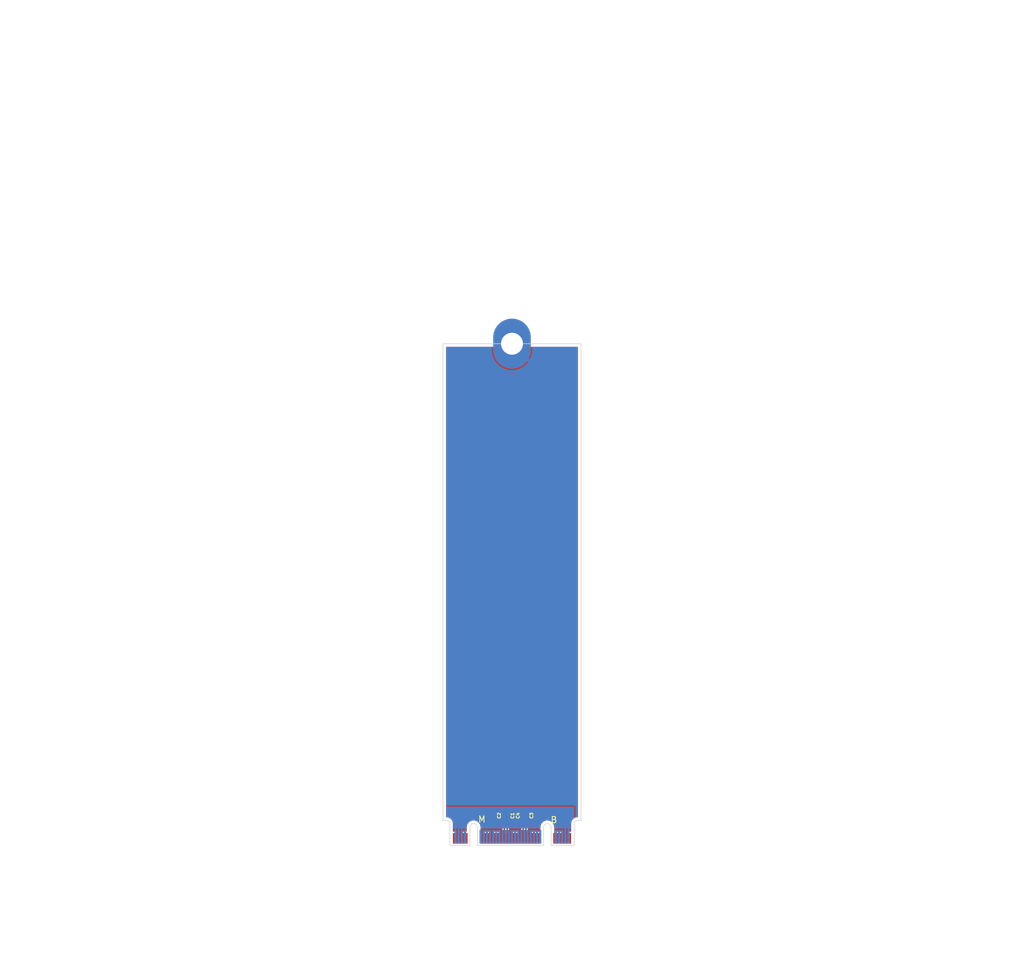
<source format=kicad_pcb>
(kicad_pcb (version 20241229) (generator "pcbnew") (generator_version "9.0")
  (layers (0 "F.Cu" signal) (2 "B.Cu" signal) (13 "F.Paste" user) (15 "B.Paste" user) (5 "F.SilkS" user "F.Silkscreen") (7 "B.SilkS" user "B.Silkscreen") (1 "F.Mask" user) (3 "B.Mask" user) (25 "Edge.Cuts" user))
  (net 0 "")
  (net 1 "/M.2 B+M Key/PET1P")
  (net 2 "/M.2 B+M Key/PET1N")
  (net 3 "/M.2 B+M Key/PET0P")
  (net 4 "/M.2 B+M Key/PET0N")
  (net 5 "/PET0+")
  (net 6 "GND")
  (net 7 "/PET0-")
  (net 8 "/PET1+")
  (net 9 "/CONFIG_3")
  (net 10 "+3.3V")
  (net 11 "/FULL_CARD_PWR_OFF#")
  (net 12 "/USB_D+")
  (net 13 "/W_DISABLE1#")
  (net 14 "/USB_D-")
  (net 15 "/GPIO_9{slash}LED#1")
  (net 16 "/GPIO_5")
  (net 17 "/CONFIG_0")
  (net 18 "/GPIO_6")
  (net 19 "/DPR")
  (net 20 "/GPIO_7")
  (net 21 "/GPIO_11")
  (net 22 "/GPIO_10")
  (net 23 "/GPIO_8")
  (net 24 "/UIM-RESET")
  (net 25 "/UIM-CLK")
  (net 26 "/UIM-DATA")
  (net 27 "/PER1-")
  (net 28 "/UIM-PWR")
  (net 29 "/PER1+")
  (net 30 "/DEVSLP")
  (net 31 "/GPIO_0")
  (net 32 "/GPIO_1")
  (net 33 "/GPIO_2")
  (net 34 "/GPIO_3")
  (net 35 "/PER0-")
  (net 36 "/GPIO_4")
  (net 37 "/PER0+")
  (net 38 "/PERST#")
  (net 39 "/CLKREQ#")
  (net 40 "/REFCLK-")
  (net 41 "/PEWAKE#")
  (net 42 "/REFCLK+")
  (net 45 "/RESET#")
  (net 46 "/SUSCLK")
  (net 47 "/CONFIG_1")
  (net 48 "/CONFIG_2")
  (net 49 "/PET1-")
  (footprint "Athena KiCAd library:M.2 Mounting Pad" (layer "F.Cu") (at 108.01 78.84)
    (property "Reference" "H1")
    (property "Value" "MountingHole_Pad")
    (pad "1" thru_hole circle (at 0 0) (size 5.5 5.5) (drill 3.5) (property pad_prop_castellated) (layers "*.Cu" "*.Mask") (net 6 "GND") (padstack (mode front_inner_back) (layer "Inner" (shape circle) (size 5.5 5.5)) (layer "B.Cu" (shape oval) (size 6 8))))
  )
  (footprint "Capacitor_SMD:C_0201_0603Metric" (layer "F.Cu") (at 109.66 154.07 90)
    (property "Reference" "C4" (at 0 -0.71 90) (layer "F.SilkS") (effects (font (size 0.5 0.5))))
    (property "Value" "220nF")
    (pad "1" smd roundrect (at -0.32 0 90) (size 0.46 0.4) (layers "F.Cu" "F.Mask") (net 1 "/M.2 B+M Key/PET1P"))
    (pad "2" smd roundrect (at 0.32 0 90) (size 0.46 0.4) (layers "F.Cu" "F.Mask") (net 8 "/PET1+"))
  )
  (footprint "Capacitor_SMD:C_0201_0603Metric" (layer "F.Cu") (at 107.36 154.07 90)
    (property "Reference" "C1" (at 0 0.73 90) (layer "F.SilkS") (effects (font (size 0.5 0.5))))
    (property "Value" "220nF")
    (pad "1" smd roundrect (at -0.32 0 90) (size 0.46 0.4) (layers "F.Cu" "F.Mask") (net 4 "/M.2 B+M Key/PET0N"))
    (pad "2" smd roundrect (at 0.32 0 90) (size 0.46 0.4) (layers "F.Cu" "F.Mask") (net 7 "/PET0-"))
  )
  (footprint "Capacitor_SMD:C_0201_0603Metric" (layer "F.Cu") (at 106.66 154.07 90)
    (property "Reference" "C2" (at 0 -0.7 90) (layer "F.SilkS") (effects (font (size 0.5 0.5))))
    (property "Value" "220nF")
    (pad "1" smd roundrect (at -0.32 0 90) (size 0.46 0.4) (layers "F.Cu" "F.Mask") (net 3 "/M.2 B+M Key/PET0P"))
    (pad "2" smd roundrect (at 0.32 0 90) (size 0.46 0.4) (layers "F.Cu" "F.Mask") (net 5 "/PET0+"))
  )
  (footprint "PCIexpress:M.2 B+M Key Connector" (layer "F.Cu") (at 108.01 157.73)
    (property "Reference" "J1")
    (property "Value" "~")
    (fp_line (start -11 -2.89) (end -10.425 -2.89) (stroke (width 0.1)) (layer "Edge.Cuts"))
    (fp_line (start -9.925 -2.39) (end -9.925 1.11) (stroke (width 0.1)) (layer "Edge.Cuts"))
    (fp_line (start -6.72 -1.79) (end -6.72 1.11) (stroke (width 0.1)) (layer "Edge.Cuts"))
    (fp_line (start -6.72 1.11) (end -9.925 1.11) (stroke (width 0.1)) (layer "Edge.Cuts"))
    (fp_line (start -5.52 -1.79) (end -5.52 1.11) (stroke (width 0.1)) (layer "Edge.Cuts"))
    (fp_line (start -5.52 1.11) (end 5.03 1.11) (stroke (width 0.1)) (layer "Edge.Cuts"))
    (fp_line (start 5.03 -1.79) (end 5.03 1.11) (stroke (width 0.1)) (layer "Edge.Cuts"))
    (fp_line (start 6.23 -1.79) (end 6.23 1.11) (stroke (width 0.1)) (layer "Edge.Cuts"))
    (fp_line (start 6.23 1.11) (end 9.925 1.11) (stroke (width 0.1)) (layer "Edge.Cuts"))
    (fp_line (start 9.925 -2.39) (end 9.925 1.11) (stroke (width 0.1)) (layer "Edge.Cuts"))
    (fp_line (start 10.425 -2.89) (end 11 -2.89) (stroke (width 0.1)) (layer "Edge.Cuts"))
    (fp_arc (start -10.425 -2.89) (mid -10.071447 -2.743553) (end -9.925 -2.39) (stroke (width 0.1)) (layer "Edge.Cuts"))
    (fp_arc (start -6.72 -1.79) (mid -6.12 -2.39) (end -5.52 -1.79) (stroke (width 0.1)) (layer "Edge.Cuts"))
    (fp_arc (start 5.03 -1.79) (mid 5.63 -2.39) (end 6.23 -1.79) (stroke (width 0.1)) (layer "Edge.Cuts"))
    (fp_arc (start 9.925 -2.39) (mid 10.071447 -2.743553) (end 10.425 -2.89) (stroke (width 0.1)) (layer "Edge.Cuts"))
    (fp_text user "M" (at -5.475 -2.49 0) (layer "F.SilkS") (effects (justify left bottom)))
    (fp_text user "B" (at 6.085 -2.395 0) (layer "F.SilkS") (effects (justify left bottom)))
    (pad "1" smd rect (at 9.25 -0.04 180) (size 0.35 1.7) (layers "F.Cu") (net 9 "/CONFIG_3"))
    (pad "2" smd rect (at 9 -0.29 180) (size 0.35 2.2) (layers "B.Cu") (net 10 "+3.3V"))
    (pad "3" smd rect (at 8.75 -0.04 180) (size 0.35 1.7) (layers "F.Cu") (net 6 "GND"))
    (pad "4" smd rect (at 8.5 -0.29 180) (size 0.35 2.2) (layers "B.Cu") (net 10 "+3.3V"))
    (pad "5" smd rect (at 8.25 -0.04 180) (size 0.35 1.7) (layers "F.Cu") (net 6 "GND"))
    (pad "6" smd rect (at 8 -0.29 180) (size 0.35 2.2) (layers "B.Cu") (net 11 "/FULL_CARD_PWR_OFF#"))
    (pad "7" smd rect (at 7.75 -0.04 180) (size 0.35 1.7) (layers "F.Cu") (net 12 "/USB_D+"))
    (pad "8" smd rect (at 7.5 -0.29 180) (size 0.35 2.2) (layers "B.Cu") (net 13 "/W_DISABLE1#"))
    (pad "9" smd rect (at 7.25 -0.04 180) (size 0.35 1.7) (layers "F.Cu") (net 14 "/USB_D-"))
    (pad "10" smd rect (at 7 -0.29 180) (size 0.35 2.2) (layers "B.Cu") (net 15 "/GPIO_9{slash}LED#1"))
    (pad "11" smd rect (at 6.75 -0.04 180) (size 0.35 1.7) (layers "F.Cu") (net 6 "GND"))
    (pad "20" smd rect (at 4.5 -0.29 180) (size 0.35 2.2) (layers "B.Cu") (net 16 "/GPIO_5"))
    (pad "21" smd rect (at 4.25 -0.04 180) (size 0.35 1.7) (layers "F.Cu") (net 17 "/CONFIG_0"))
    (pad "22" smd rect (at 4 -0.29 180) (size 0.35 2.2) (layers "B.Cu") (net 18 "/GPIO_6"))
    (pad "23" smd rect (at 3.75 -0.04 180) (size 0.35 1.7) (layers "F.Cu") (net 19 "/DPR"))
    (pad "24" smd rect (at 3.5 -0.29 180) (size 0.35 2.2) (layers "B.Cu") (net 20 "/GPIO_7"))
    (pad "25" smd rect (at 3.25 -0.04 180) (size 0.35 1.7) (layers "F.Cu") (net 21 "/GPIO_11"))
    (pad "26" smd rect (at 3 -0.29 180) (size 0.35 2.2) (layers "B.Cu") (net 22 "/GPIO_10"))
    (pad "27" smd rect (at 2.75 -0.04 180) (size 0.35 1.7) (layers "F.Cu") (net 6 "GND"))
    (pad "28" smd rect (at 2.5 -0.29 180) (size 0.35 2.2) (layers "B.Cu") (net 23 "/GPIO_8"))
    (pad "29" smd rect (at 2.25 -0.04 180) (size 0.35 1.7) (layers "F.Cu") (net 2 "/M.2 B+M Key/PET1N"))
    (pad "30" smd rect (at 2 -0.29 180) (size 0.35 2.2) (layers "B.Cu") (net 24 "/UIM-RESET"))
    (pad "31" smd rect (at 1.75 -0.04 180) (size 0.35 1.7) (layers "F.Cu") (net 1 "/M.2 B+M Key/PET1P"))
    (pad "32" smd rect (at 1.5 -0.29 180) (size 0.35 2.2) (layers "B.Cu") (net 25 "/UIM-CLK"))
    (pad "33" smd rect (at 1.25 -0.04 180) (size 0.35 1.7) (layers "F.Cu") (net 6 "GND"))
    (pad "34" smd rect (at 1 -0.29 180) (size 0.35 2.2) (layers "B.Cu") (net 26 "/UIM-DATA"))
    (pad "35" smd rect (at 0.75 -0.04 180) (size 0.35 1.7) (layers "F.Cu") (net 27 "/PER1-"))
    (pad "36" smd rect (at 0.5 -0.29 180) (size 0.35 2.2) (layers "B.Cu") (net 28 "/UIM-PWR"))
    (pad "37" smd rect (at 0.25 -0.04 180) (size 0.35 1.7) (layers "F.Cu") (net 29 "/PER1+"))
    (pad "38" smd rect (at 0 -0.29 180) (size 0.35 2.2) (layers "B.Cu") (net 30 "/DEVSLP"))
    (pad "39" smd rect (at -0.25 -0.04 180) (size 0.35 1.7) (layers "F.Cu") (net 6 "GND"))
    (pad "40" smd rect (at -0.5 -0.29 180) (size 0.35 2.2) (layers "B.Cu") (net 31 "/GPIO_0"))
    (pad "41" smd rect (at -0.75 -0.04 180) (size 0.35 1.7) (layers "F.Cu") (net 4 "/M.2 B+M Key/PET0N"))
    (pad "42" smd rect (at -1 -0.29 180) (size 0.35 2.2) (layers "B.Cu") (net 32 "/GPIO_1"))
    (pad "43" smd rect (at -1.25 -0.04 180) (size 0.35 1.7) (layers "F.Cu") (net 3 "/M.2 B+M Key/PET0P"))
    (pad "44" smd rect (at -1.5 -0.29 180) (size 0.35 2.2) (layers "B.Cu") (net 33 "/GPIO_2"))
    (pad "45" smd rect (at -1.75 -0.04 180) (size 0.35 1.7) (layers "F.Cu") (net 6 "GND"))
    (pad "46" smd rect (at -2 -0.29 180) (size 0.35 2.2) (layers "B.Cu") (net 34 "/GPIO_3"))
    (pad "47" smd rect (at -2.25 -0.04 180) (size 0.35 1.7) (layers "F.Cu") (net 35 "/PER0-"))
    (pad "48" smd rect (at -2.5 -0.29 180) (size 0.35 2.2) (layers "B.Cu") (net 36 "/GPIO_4"))
    (pad "49" smd rect (at -2.75 -0.04 180) (size 0.35 1.7) (layers "F.Cu") (net 37 "/PER0+"))
    (pad "50" smd rect (at -3 -0.29 180) (size 0.35 2.2) (layers "B.Cu") (net 38 "/PERST#"))
    (pad "51" smd rect (at -3.25 -0.04 180) (size 0.35 1.7) (layers "F.Cu") (net 6 "GND"))
    (pad "52" smd rect (at -3.5 -0.29 180) (size 0.35 2.2) (layers "B.Cu") (net 39 "/CLKREQ#"))
    (pad "53" smd rect (at -3.75 -0.04 180) (size 0.35 1.7) (layers "F.Cu") (net 40 "/REFCLK-"))
    (pad "54" smd rect (at -4 -0.29 180) (size 0.35 2.2) (layers "B.Cu") (net 41 "/PEWAKE#"))
    (pad "55" smd rect (at -4.25 -0.04 180) (size 0.35 1.7) (layers "F.Cu") (net 42 "/REFCLK+"))
    (pad "56" smd rect (at -4.5 -0.29 180) (size 0.35 2.2) (layers "B.Cu"))
    (pad "57" smd rect (at -4.75 -0.04 180) (size 0.35 1.7) (layers "F.Cu") (net 6 "GND"))
    (pad "58" smd rect (at -5 -0.29 180) (size 0.35 2.2) (layers "B.Cu"))
    (pad "67" smd rect (at -7.25 -0.04 180) (size 0.35 1.7) (layers "F.Cu") (net 45 "/RESET#"))
    (pad "68" smd rect (at -7.5 -0.29 180) (size 0.35 2.2) (layers "B.Cu") (net 46 "/SUSCLK"))
    (pad "69" smd rect (at -7.75 -0.04 180) (size 0.35 1.7) (layers "F.Cu") (net 47 "/CONFIG_1"))
    (pad "70" smd rect (at -8 -0.29 180) (size 0.35 2.2) (layers "B.Cu") (net 10 "+3.3V"))
    (pad "71" smd rect (at -8.25 -0.04 180) (size 0.35 1.7) (layers "F.Cu") (net 6 "GND"))
    (pad "72" smd rect (at -8.5 -0.29 180) (size 0.35 2.2) (layers "B.Cu") (net 10 "+3.3V"))
    (pad "73" smd rect (at -8.75 -0.04 180) (size 0.35 1.7) (layers "F.Cu") (net 6 "GND"))
    (pad "74" smd rect (at -9 -0.29 180) (size 0.35 2.2) (layers "B.Cu") (net 10 "+3.3V"))
    (pad "75" smd rect (at -9.25 -0.04 180) (size 0.35 1.7) (layers "F.Cu") (net 48 "/CONFIG_2"))
  )
  (footprint "Capacitor_SMD:C_0201_0603Metric" (layer "F.Cu") (at 110.36 154.07 90)
    (property "Reference" "C3" (at 0 0.75 90) (layer "F.SilkS") (effects (font (size 0.5 0.5))))
    (property "Value" "220nF")
    (pad "1" smd roundrect (at -0.32 0 90) (size 0.46 0.4) (layers "F.Cu" "F.Mask") (net 2 "/M.2 B+M Key/PET1N"))
    (pad "2" smd roundrect (at 0.32 0 90) (size 0.46 0.4) (layers "F.Cu" "F.Mask") (net 49 "/PET1-"))
  )
  (gr_line (start 119.01 154.84) (end 119.01 78.84) (stroke (width 0.1)) (layer "Edge.Cuts"))
  (gr_line (start 119.01 78.84) (end 97.01 78.84) (stroke (width 0.1)) (layer "Edge.Cuts"))
  (gr_line (start 97.01 78.84) (end 97.01 154.84) (stroke (width 0.1)) (layer "Edge.Cuts"))
  (segment (start 109.66 154.735001) (end 109.66 154.39) (width 0.2) (layer "F.Cu") (net 1))
  (segment (start 109.76 156.414999) (end 109.785 156.389999) (width 0.2) (layer "F.Cu") (net 1))
  (segment (start 109.76 157.69) (end 109.76 156.414999) (width 0.2) (layer "F.Cu") (net 1))
  (segment (start 109.785 156.389999) (end 109.785 154.860001) (width 0.2) (layer "F.Cu") (net 1))
  (segment (start 109.785 154.860001) (end 109.66 154.735001) (width 0.2) (layer "F.Cu") (net 1))
  (segment (start 110.36 154.735001) (end 110.36 154.39) (width 0.2) (layer "F.Cu") (net 2))
  (segment (start 110.235 154.860001) (end 110.36 154.735001) (width 0.2) (layer "F.Cu") (net 2))
  (segment (start 110.235 156.389999) (end 110.235 154.860001) (width 0.2) (layer "F.Cu") (net 2))
  (segment (start 110.26 156.414999) (end 110.235 156.389999) (width 0.2) (layer "F.Cu") (net 2))
  (segment (start 110.26 157.69) (end 110.26 156.414999) (width 0.2) (layer "F.Cu") (net 2))
  (segment (start 106.785 156.389999) (end 106.785 154.860001) (width 0.2) (layer "F.Cu") (net 3))
  (segment (start 106.785 154.860001) (end 106.66 154.735001) (width 0.2) (layer "F.Cu") (net 3))
  (segment (start 106.76 157.69) (end 106.76 156.414999) (width 0.2) (layer "F.Cu") (net 3))
  (segment (start 106.76 156.414999) (end 106.785 156.389999) (width 0.2) (layer "F.Cu") (net 3))
  (segment (start 106.66 154.735001) (end 106.66 154.39) (width 0.2) (layer "F.Cu") (net 3))
  (segment (start 107.26 156.414999) (end 107.235 156.389999) (width 0.2) (layer "F.Cu") (net 4))
  (segment (start 107.235 156.389999) (end 107.235 154.860001) (width 0.2) (layer "F.Cu") (net 4))
  (segment (start 107.235 154.860001) (end 107.36 154.735001) (width 0.2) (layer "F.Cu") (net 4))
  (segment (start 107.26 157.69) (end 107.26 156.414999) (width 0.2) (layer "F.Cu") (net 4))
  (segment (start 107.36 154.735001) (end 107.36 154.39) (width 0.2) (layer "F.Cu") (net 4))
  (zone (net 6) (net_name "GND") (layers "F.Cu" "B.Cu") (connect_pads (clearance 0.2)) (min_thickness 0.15) (fill yes (thermal_gap 0.2) (thermal_bridge_width 0.5))
    (polygon (pts (xy 123.01 157.23) (xy 123.01 48.84) (xy 93.01 48.84) (xy 93.01 157.23)))
  )
  (zone (net 10) (net_name "+3.3V") (layer "B.Cu") (priority 1) (connect_pads (clearance 0.2)) (min_thickness 0.1) (fill yes (thermal_gap 0.2) (thermal_bridge_width 0.25))
    (polygon (pts (xy 117.93 157.02) (xy 117.93 152.655) (xy 117.915 152.64) (xy 97.46 152.64) (xy 97.46 157.27) (xy 117.68 157.27)))
  )
)
</source>
